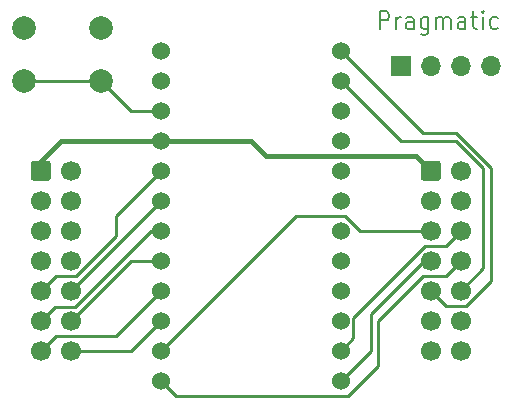
<source format=gbr>
%TF.GenerationSoftware,KiCad,Pcbnew,(5.1.10-1-10_14)*%
%TF.CreationDate,2021-11-08T13:35:50+08:00*%
%TF.ProjectId,Pragmatic,50726167-6d61-4746-9963-2e6b69636164,V0.1*%
%TF.SameCoordinates,Original*%
%TF.FileFunction,Copper,L1,Top*%
%TF.FilePolarity,Positive*%
%FSLAX46Y46*%
G04 Gerber Fmt 4.6, Leading zero omitted, Abs format (unit mm)*
G04 Created by KiCad (PCBNEW (5.1.10-1-10_14)) date 2021-11-08 13:35:50*
%MOMM*%
%LPD*%
G01*
G04 APERTURE LIST*
%TA.AperFunction,NonConductor*%
%ADD10C,0.200000*%
%TD*%
%TA.AperFunction,ComponentPad*%
%ADD11O,1.700000X1.700000*%
%TD*%
%TA.AperFunction,ComponentPad*%
%ADD12R,1.700000X1.700000*%
%TD*%
%TA.AperFunction,ComponentPad*%
%ADD13C,2.000000*%
%TD*%
%TA.AperFunction,ComponentPad*%
%ADD14C,1.524000*%
%TD*%
%TA.AperFunction,ComponentPad*%
%ADD15C,1.700000*%
%TD*%
%TA.AperFunction,Conductor*%
%ADD16C,0.250000*%
%TD*%
%TA.AperFunction,Conductor*%
%ADD17C,0.400000*%
%TD*%
G04 APERTURE END LIST*
D10*
X150608333Y-47668571D02*
X150608333Y-46168571D01*
X151141666Y-46168571D01*
X151275000Y-46240000D01*
X151341666Y-46311428D01*
X151408333Y-46454285D01*
X151408333Y-46668571D01*
X151341666Y-46811428D01*
X151275000Y-46882857D01*
X151141666Y-46954285D01*
X150608333Y-46954285D01*
X152008333Y-47668571D02*
X152008333Y-46668571D01*
X152008333Y-46954285D02*
X152075000Y-46811428D01*
X152141666Y-46740000D01*
X152275000Y-46668571D01*
X152408333Y-46668571D01*
X153475000Y-47668571D02*
X153475000Y-46882857D01*
X153408333Y-46740000D01*
X153275000Y-46668571D01*
X153008333Y-46668571D01*
X152875000Y-46740000D01*
X153475000Y-47597142D02*
X153341666Y-47668571D01*
X153008333Y-47668571D01*
X152875000Y-47597142D01*
X152808333Y-47454285D01*
X152808333Y-47311428D01*
X152875000Y-47168571D01*
X153008333Y-47097142D01*
X153341666Y-47097142D01*
X153475000Y-47025714D01*
X154741666Y-46668571D02*
X154741666Y-47882857D01*
X154675000Y-48025714D01*
X154608333Y-48097142D01*
X154475000Y-48168571D01*
X154275000Y-48168571D01*
X154141666Y-48097142D01*
X154741666Y-47597142D02*
X154608333Y-47668571D01*
X154341666Y-47668571D01*
X154208333Y-47597142D01*
X154141666Y-47525714D01*
X154075000Y-47382857D01*
X154075000Y-46954285D01*
X154141666Y-46811428D01*
X154208333Y-46740000D01*
X154341666Y-46668571D01*
X154608333Y-46668571D01*
X154741666Y-46740000D01*
X155408333Y-47668571D02*
X155408333Y-46668571D01*
X155408333Y-46811428D02*
X155475000Y-46740000D01*
X155608333Y-46668571D01*
X155808333Y-46668571D01*
X155941666Y-46740000D01*
X156008333Y-46882857D01*
X156008333Y-47668571D01*
X156008333Y-46882857D02*
X156075000Y-46740000D01*
X156208333Y-46668571D01*
X156408333Y-46668571D01*
X156541666Y-46740000D01*
X156608333Y-46882857D01*
X156608333Y-47668571D01*
X157875000Y-47668571D02*
X157875000Y-46882857D01*
X157808333Y-46740000D01*
X157675000Y-46668571D01*
X157408333Y-46668571D01*
X157275000Y-46740000D01*
X157875000Y-47597142D02*
X157741666Y-47668571D01*
X157408333Y-47668571D01*
X157275000Y-47597142D01*
X157208333Y-47454285D01*
X157208333Y-47311428D01*
X157275000Y-47168571D01*
X157408333Y-47097142D01*
X157741666Y-47097142D01*
X157875000Y-47025714D01*
X158341666Y-46668571D02*
X158875000Y-46668571D01*
X158541666Y-46168571D02*
X158541666Y-47454285D01*
X158608333Y-47597142D01*
X158741666Y-47668571D01*
X158875000Y-47668571D01*
X159341666Y-47668571D02*
X159341666Y-46668571D01*
X159341666Y-46168571D02*
X159275000Y-46240000D01*
X159341666Y-46311428D01*
X159408333Y-46240000D01*
X159341666Y-46168571D01*
X159341666Y-46311428D01*
X160608333Y-47597142D02*
X160475000Y-47668571D01*
X160208333Y-47668571D01*
X160075000Y-47597142D01*
X160008333Y-47525714D01*
X159941666Y-47382857D01*
X159941666Y-46954285D01*
X160008333Y-46811428D01*
X160075000Y-46740000D01*
X160208333Y-46668571D01*
X160475000Y-46668571D01*
X160608333Y-46740000D01*
D11*
%TO.P,J3,4*%
%TO.N,Ground*%
X160020000Y-50800000D03*
%TO.P,J3,3*%
%TO.N,VCC*%
X157480000Y-50800000D03*
%TO.P,J3,2*%
%TO.N,Row2*%
X154940000Y-50800000D03*
D12*
%TO.P,J3,1*%
%TO.N,Row1*%
X152400000Y-50800000D03*
%TD*%
D13*
%TO.P,SW1,1*%
%TO.N,Reset*%
X120500000Y-52070000D03*
%TO.P,SW1,2*%
%TO.N,Ground*%
X120500000Y-47570000D03*
%TO.P,SW1,1*%
%TO.N,Reset*%
X127000000Y-52070000D03*
%TO.P,SW1,2*%
%TO.N,Ground*%
X127000000Y-47570000D03*
%TD*%
D14*
%TO.P,U1,24*%
%TO.N,Net-(U1-Pad24)*%
X132080000Y-49530000D03*
%TO.P,U1,23*%
%TO.N,Ground*%
X132080000Y-52070000D03*
%TO.P,U1,22*%
%TO.N,Reset*%
X132080000Y-54610000D03*
%TO.P,U1,21*%
%TO.N,VCC*%
X132080000Y-57150000D03*
%TO.P,U1,20*%
%TO.N,Col1*%
X132080000Y-59690000D03*
%TO.P,U1,19*%
%TO.N,Col2*%
X132080000Y-62230000D03*
%TO.P,U1,18*%
%TO.N,Col3*%
X132080000Y-64770000D03*
%TO.P,U1,17*%
%TO.N,Col4*%
X132080000Y-67310000D03*
%TO.P,U1,16*%
%TO.N,Col5*%
X132080000Y-69850000D03*
%TO.P,U1,15*%
%TO.N,Col6*%
X132080000Y-72390000D03*
%TO.P,U1,14*%
%TO.N,Row3*%
X132080000Y-74930000D03*
%TO.P,U1,13*%
%TO.N,Row6*%
X132080000Y-77470000D03*
%TO.P,U1,12*%
%TO.N,Row5*%
X147300000Y-77470000D03*
%TO.P,U1,11*%
%TO.N,Row4*%
X147300000Y-74930000D03*
%TO.P,U1,10*%
%TO.N,Col12*%
X147300000Y-72390000D03*
%TO.P,U1,9*%
%TO.N,Col11*%
X147300000Y-69850000D03*
%TO.P,U1,8*%
%TO.N,Col10*%
X147300000Y-67310000D03*
%TO.P,U1,7*%
%TO.N,Col9*%
X147300000Y-64770000D03*
%TO.P,U1,6*%
%TO.N,Row2*%
X147300000Y-62230000D03*
%TO.P,U1,5*%
%TO.N,Row1*%
X147300000Y-59690000D03*
%TO.P,U1,4*%
%TO.N,Ground*%
X147300000Y-57150000D03*
%TO.P,U1,3*%
X147300000Y-54610000D03*
%TO.P,U1,2*%
%TO.N,Col8*%
X147300000Y-52070000D03*
%TO.P,U1,1*%
%TO.N,Col7*%
X147300000Y-49530000D03*
%TD*%
D15*
%TO.P,J2,14*%
%TO.N,Col12*%
X157480000Y-74930000D03*
%TO.P,J2,12*%
%TO.N,Col10*%
X157480000Y-72390000D03*
%TO.P,J2,10*%
%TO.N,Col8*%
X157480000Y-69850000D03*
%TO.P,J2,8*%
%TO.N,Row6*%
X157480000Y-67310000D03*
%TO.P,J2,6*%
%TO.N,Row4*%
X157480000Y-64770000D03*
%TO.P,J2,4*%
%TO.N,Row2*%
X157480000Y-62230000D03*
%TO.P,J2,2*%
%TO.N,Ground*%
X157480000Y-59690000D03*
%TO.P,J2,13*%
%TO.N,Col11*%
X154940000Y-74930000D03*
%TO.P,J2,11*%
%TO.N,Col9*%
X154940000Y-72390000D03*
%TO.P,J2,9*%
%TO.N,Col7*%
X154940000Y-69850000D03*
%TO.P,J2,7*%
%TO.N,Row5*%
X154940000Y-67310000D03*
%TO.P,J2,5*%
%TO.N,Row3*%
X154940000Y-64770000D03*
%TO.P,J2,3*%
%TO.N,Row1*%
X154940000Y-62230000D03*
%TO.P,J2,1*%
%TO.N,VCC*%
%TA.AperFunction,ComponentPad*%
G36*
G01*
X154090000Y-60290000D02*
X154090000Y-59090000D01*
G75*
G02*
X154340000Y-58840000I250000J0D01*
G01*
X155540000Y-58840000D01*
G75*
G02*
X155790000Y-59090000I0J-250000D01*
G01*
X155790000Y-60290000D01*
G75*
G02*
X155540000Y-60540000I-250000J0D01*
G01*
X154340000Y-60540000D01*
G75*
G02*
X154090000Y-60290000I0J250000D01*
G01*
G37*
%TD.AperFunction*%
%TD*%
%TO.P,J1,14*%
%TO.N,Col6*%
X124460000Y-74930000D03*
%TO.P,J1,12*%
%TO.N,Col4*%
X124460000Y-72390000D03*
%TO.P,J1,10*%
%TO.N,Col2*%
X124460000Y-69850000D03*
%TO.P,J1,8*%
%TO.N,Row6*%
X124460000Y-67310000D03*
%TO.P,J1,6*%
%TO.N,Row4*%
X124460000Y-64770000D03*
%TO.P,J1,4*%
%TO.N,Row2*%
X124460000Y-62230000D03*
%TO.P,J1,2*%
%TO.N,Ground*%
X124460000Y-59690000D03*
%TO.P,J1,13*%
%TO.N,Col5*%
X121920000Y-74930000D03*
%TO.P,J1,11*%
%TO.N,Col3*%
X121920000Y-72390000D03*
%TO.P,J1,9*%
%TO.N,Col1*%
X121920000Y-69850000D03*
%TO.P,J1,7*%
%TO.N,Row5*%
X121920000Y-67310000D03*
%TO.P,J1,5*%
%TO.N,Row3*%
X121920000Y-64770000D03*
%TO.P,J1,3*%
%TO.N,Row1*%
X121920000Y-62230000D03*
%TO.P,J1,1*%
%TO.N,VCC*%
%TA.AperFunction,ComponentPad*%
G36*
G01*
X121070000Y-60290000D02*
X121070000Y-59090000D01*
G75*
G02*
X121320000Y-58840000I250000J0D01*
G01*
X122520000Y-58840000D01*
G75*
G02*
X122770000Y-59090000I0J-250000D01*
G01*
X122770000Y-60290000D01*
G75*
G02*
X122520000Y-60540000I-250000J0D01*
G01*
X121320000Y-60540000D01*
G75*
G02*
X121070000Y-60290000I0J250000D01*
G01*
G37*
%TD.AperFunction*%
%TD*%
D16*
%TO.N,Col1*%
X124929002Y-68580000D02*
X123190000Y-68580000D01*
X128270000Y-65239002D02*
X124929002Y-68580000D01*
X128270000Y-63500000D02*
X128270000Y-65239002D01*
X123190000Y-68580000D02*
X121920000Y-69850000D01*
X132080000Y-59690000D02*
X128270000Y-63500000D01*
D17*
%TO.N,VCC*%
X121920000Y-58840000D02*
X123610000Y-57150000D01*
X123610000Y-57150000D02*
X132080000Y-57150000D01*
X121920000Y-59690000D02*
X121920000Y-58840000D01*
X139700000Y-57150000D02*
X132080000Y-57150000D01*
X140970000Y-58420000D02*
X139700000Y-57150000D01*
X153670000Y-58420000D02*
X140970000Y-58420000D01*
X154940000Y-59690000D02*
X153670000Y-58420000D01*
D16*
%TO.N,Col8*%
X157079501Y-57150000D02*
X152380000Y-57150000D01*
X159385000Y-59455499D02*
X157079501Y-57150000D01*
X152380000Y-57150000D02*
X147300000Y-52070000D01*
X159385000Y-67945000D02*
X159385000Y-59455499D01*
X157480000Y-69850000D02*
X159385000Y-67945000D01*
%TO.N,Col7*%
X156210000Y-71120000D02*
X157949002Y-71120000D01*
X157949002Y-71120000D02*
X160020000Y-69049002D01*
X160020000Y-59454088D02*
X157080912Y-56515000D01*
X160020000Y-69049002D02*
X160020000Y-59454088D01*
X154285000Y-56515000D02*
X147300000Y-49530000D01*
X157080912Y-56515000D02*
X154285000Y-56515000D01*
X154940000Y-69850000D02*
X156210000Y-71120000D01*
%TO.N,Row3*%
X143510000Y-63500000D02*
X132080000Y-74930000D01*
X148908762Y-64770000D02*
X147638762Y-63500000D01*
X147638762Y-63500000D02*
X143510000Y-63500000D01*
X154940000Y-64770000D02*
X148908762Y-64770000D01*
%TO.N,Row5*%
X149860000Y-74910000D02*
X147300000Y-77470000D01*
X149860000Y-71788959D02*
X149860000Y-74910000D01*
X154338959Y-67310000D02*
X149860000Y-71788959D01*
X154940000Y-67310000D02*
X154338959Y-67310000D01*
%TO.N,Row6*%
X150495000Y-76200000D02*
X147955000Y-78740000D01*
X133350000Y-78740000D02*
X132080000Y-77470000D01*
X147955000Y-78740000D02*
X133350000Y-78740000D01*
X150495000Y-72390000D02*
X150495000Y-76200000D01*
X154305000Y-68580000D02*
X150495000Y-72390000D01*
X156210000Y-68580000D02*
X154305000Y-68580000D01*
X157480000Y-67310000D02*
X156210000Y-68580000D01*
%TO.N,Row4*%
X148387001Y-72123997D02*
X148387001Y-73842999D01*
X148387001Y-73842999D02*
X147300000Y-74930000D01*
X154470998Y-66040000D02*
X148387001Y-72123997D01*
X156210000Y-66040000D02*
X154470998Y-66040000D01*
X157480000Y-64770000D02*
X156210000Y-66040000D01*
%TO.N,Col6*%
X129540000Y-74930000D02*
X124460000Y-74930000D01*
X132080000Y-72390000D02*
X129540000Y-74930000D01*
%TO.N,Col5*%
X123190000Y-73660000D02*
X121920000Y-74930000D01*
X128270000Y-73660000D02*
X123190000Y-73660000D01*
X132080000Y-69850000D02*
X128270000Y-73660000D01*
%TO.N,Col4*%
X129540000Y-67310000D02*
X124460000Y-72390000D01*
X132080000Y-67310000D02*
X129540000Y-67310000D01*
%TO.N,Col3*%
X123095001Y-71214999D02*
X121920000Y-72390000D01*
X124834003Y-71214999D02*
X123095001Y-71214999D01*
X131279002Y-64770000D02*
X124834003Y-71214999D01*
X132080000Y-64770000D02*
X131279002Y-64770000D01*
%TO.N,Col2*%
X132080000Y-62230000D02*
X124460000Y-69850000D01*
%TO.N,Reset*%
X120500000Y-52070000D02*
X127000000Y-52070000D01*
X129540000Y-54610000D02*
X132080000Y-54610000D01*
X127000000Y-52070000D02*
X129540000Y-54610000D01*
%TD*%
M02*

</source>
